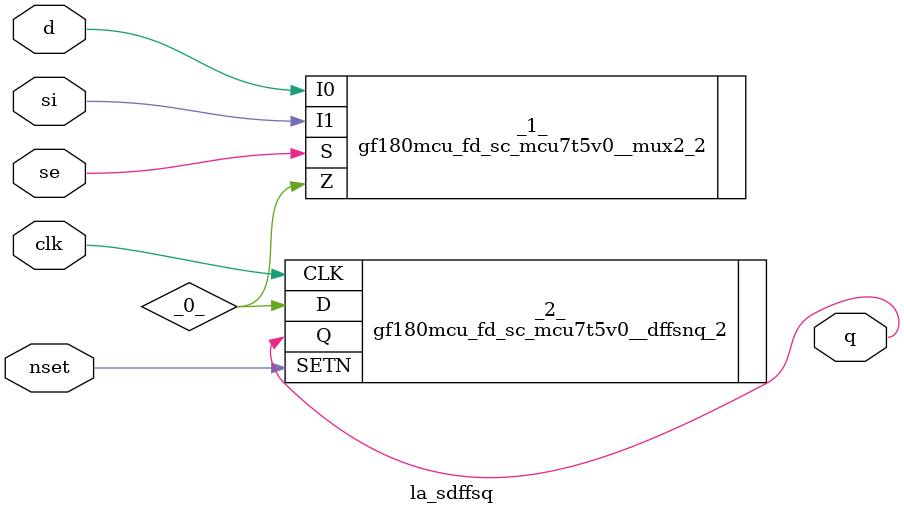
<source format=v>

/* Generated by Yosys 0.44 (git sha1 80ba43d26, g++ 11.4.0-1ubuntu1~22.04 -fPIC -O3) */

(* top =  1  *)
(* src = "generated" *)
module la_sdffsq (
    d,
    si,
    se,
    clk,
    nset,
    q
);
  (* src = "generated" *)
  wire _0_;
  (* src = "generated" *)
  input clk;
  wire clk;
  (* src = "generated" *)
  input d;
  wire d;
  (* src = "generated" *)
  input nset;
  wire nset;
  (* src = "generated" *)
  output q;
  wire q;
  (* src = "generated" *)
  input se;
  wire se;
  (* src = "generated" *)
  input si;
  wire si;
  gf180mcu_fd_sc_mcu7t5v0__mux2_2 _1_ (
      .I0(d),
      .I1(si),
      .S (se),
      .Z (_0_)
  );
  (* src = "generated" *)
  gf180mcu_fd_sc_mcu7t5v0__dffsnq_2 _2_ (
      .CLK(clk),
      .D(_0_),
      .Q(q),
      .SETN(nset)
  );
endmodule

</source>
